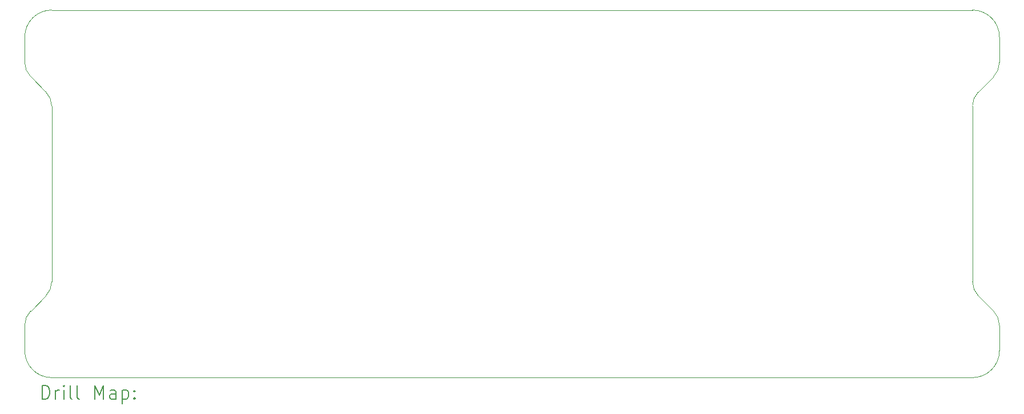
<source format=gbr>
%TF.GenerationSoftware,KiCad,Pcbnew,7.0.6*%
%TF.CreationDate,2023-08-31T22:42:41+02:00*%
%TF.ProjectId,BMS V1.0,424d5320-5631-42e3-902e-6b696361645f,rev?*%
%TF.SameCoordinates,Original*%
%TF.FileFunction,Drillmap*%
%TF.FilePolarity,Positive*%
%FSLAX45Y45*%
G04 Gerber Fmt 4.5, Leading zero omitted, Abs format (unit mm)*
G04 Created by KiCad (PCBNEW 7.0.6) date 2023-08-31 22:42:41*
%MOMM*%
%LPD*%
G01*
G04 APERTURE LIST*
%ADD10C,0.100000*%
%ADD11C,0.200000*%
G04 APERTURE END LIST*
D10*
X20762132Y-7337868D02*
X20537868Y-7562132D01*
X20850000Y-6750000D02*
X20850000Y-7125736D01*
X20450003Y-10375736D02*
G75*
G03*
X20537868Y-10587868I299997J-4D01*
G01*
X6800000Y-10375736D02*
X6800000Y-7774264D01*
X20450000Y-11800000D02*
X6800000Y-11800000D01*
X6487868Y-7337868D02*
X6712132Y-7562132D01*
X6800000Y-6350000D02*
X20450000Y-6350000D01*
X6712130Y-10587866D02*
G75*
G03*
X6800000Y-10375736I-212110J212126D01*
G01*
X20762130Y-7337866D02*
G75*
G03*
X20850000Y-7125736I-212110J212126D01*
G01*
X6400000Y-11400000D02*
X6400000Y-11024264D01*
X6400003Y-7125736D02*
G75*
G03*
X6487868Y-7337868I299997J-4D01*
G01*
X20850000Y-6750000D02*
G75*
G03*
X20450000Y-6350000I-400000J0D01*
G01*
X20537870Y-7562134D02*
G75*
G03*
X20450000Y-7774264I212110J-212126D01*
G01*
X6799997Y-7774264D02*
G75*
G03*
X6712132Y-7562132I-299997J4D01*
G01*
X20850000Y-11024264D02*
X20850000Y-11400000D01*
X6400000Y-11400000D02*
G75*
G03*
X6800000Y-11800000I400000J0D01*
G01*
X20849997Y-11024264D02*
G75*
G03*
X20762132Y-10812132I-299997J4D01*
G01*
X20450000Y-11800000D02*
G75*
G03*
X20850000Y-11400000I0J400000D01*
G01*
X20450000Y-10375736D02*
X20450000Y-7774264D01*
X6487868Y-10812132D02*
X6712132Y-10587868D01*
X6400000Y-6750000D02*
X6400000Y-7125736D01*
X6487870Y-10812134D02*
G75*
G03*
X6400000Y-11024264I212110J-212126D01*
G01*
X20762132Y-10812132D02*
X20537868Y-10587868D01*
X6800000Y-6350000D02*
G75*
G03*
X6400000Y-6750000I0J-400000D01*
G01*
D11*
X6655777Y-12116484D02*
X6655777Y-11916484D01*
X6655777Y-11916484D02*
X6703396Y-11916484D01*
X6703396Y-11916484D02*
X6731967Y-11926008D01*
X6731967Y-11926008D02*
X6751015Y-11945055D01*
X6751015Y-11945055D02*
X6760539Y-11964103D01*
X6760539Y-11964103D02*
X6770062Y-12002198D01*
X6770062Y-12002198D02*
X6770062Y-12030769D01*
X6770062Y-12030769D02*
X6760539Y-12068865D01*
X6760539Y-12068865D02*
X6751015Y-12087912D01*
X6751015Y-12087912D02*
X6731967Y-12106960D01*
X6731967Y-12106960D02*
X6703396Y-12116484D01*
X6703396Y-12116484D02*
X6655777Y-12116484D01*
X6855777Y-12116484D02*
X6855777Y-11983150D01*
X6855777Y-12021246D02*
X6865301Y-12002198D01*
X6865301Y-12002198D02*
X6874824Y-11992674D01*
X6874824Y-11992674D02*
X6893872Y-11983150D01*
X6893872Y-11983150D02*
X6912920Y-11983150D01*
X6979586Y-12116484D02*
X6979586Y-11983150D01*
X6979586Y-11916484D02*
X6970062Y-11926008D01*
X6970062Y-11926008D02*
X6979586Y-11935531D01*
X6979586Y-11935531D02*
X6989110Y-11926008D01*
X6989110Y-11926008D02*
X6979586Y-11916484D01*
X6979586Y-11916484D02*
X6979586Y-11935531D01*
X7103396Y-12116484D02*
X7084348Y-12106960D01*
X7084348Y-12106960D02*
X7074824Y-12087912D01*
X7074824Y-12087912D02*
X7074824Y-11916484D01*
X7208158Y-12116484D02*
X7189110Y-12106960D01*
X7189110Y-12106960D02*
X7179586Y-12087912D01*
X7179586Y-12087912D02*
X7179586Y-11916484D01*
X7436729Y-12116484D02*
X7436729Y-11916484D01*
X7436729Y-11916484D02*
X7503396Y-12059341D01*
X7503396Y-12059341D02*
X7570062Y-11916484D01*
X7570062Y-11916484D02*
X7570062Y-12116484D01*
X7751015Y-12116484D02*
X7751015Y-12011722D01*
X7751015Y-12011722D02*
X7741491Y-11992674D01*
X7741491Y-11992674D02*
X7722443Y-11983150D01*
X7722443Y-11983150D02*
X7684348Y-11983150D01*
X7684348Y-11983150D02*
X7665301Y-11992674D01*
X7751015Y-12106960D02*
X7731967Y-12116484D01*
X7731967Y-12116484D02*
X7684348Y-12116484D01*
X7684348Y-12116484D02*
X7665301Y-12106960D01*
X7665301Y-12106960D02*
X7655777Y-12087912D01*
X7655777Y-12087912D02*
X7655777Y-12068865D01*
X7655777Y-12068865D02*
X7665301Y-12049817D01*
X7665301Y-12049817D02*
X7684348Y-12040293D01*
X7684348Y-12040293D02*
X7731967Y-12040293D01*
X7731967Y-12040293D02*
X7751015Y-12030769D01*
X7846253Y-11983150D02*
X7846253Y-12183150D01*
X7846253Y-11992674D02*
X7865301Y-11983150D01*
X7865301Y-11983150D02*
X7903396Y-11983150D01*
X7903396Y-11983150D02*
X7922443Y-11992674D01*
X7922443Y-11992674D02*
X7931967Y-12002198D01*
X7931967Y-12002198D02*
X7941491Y-12021246D01*
X7941491Y-12021246D02*
X7941491Y-12078388D01*
X7941491Y-12078388D02*
X7931967Y-12097436D01*
X7931967Y-12097436D02*
X7922443Y-12106960D01*
X7922443Y-12106960D02*
X7903396Y-12116484D01*
X7903396Y-12116484D02*
X7865301Y-12116484D01*
X7865301Y-12116484D02*
X7846253Y-12106960D01*
X8027205Y-12097436D02*
X8036729Y-12106960D01*
X8036729Y-12106960D02*
X8027205Y-12116484D01*
X8027205Y-12116484D02*
X8017682Y-12106960D01*
X8017682Y-12106960D02*
X8027205Y-12097436D01*
X8027205Y-12097436D02*
X8027205Y-12116484D01*
X8027205Y-11992674D02*
X8036729Y-12002198D01*
X8036729Y-12002198D02*
X8027205Y-12011722D01*
X8027205Y-12011722D02*
X8017682Y-12002198D01*
X8017682Y-12002198D02*
X8027205Y-11992674D01*
X8027205Y-11992674D02*
X8027205Y-12011722D01*
M02*

</source>
